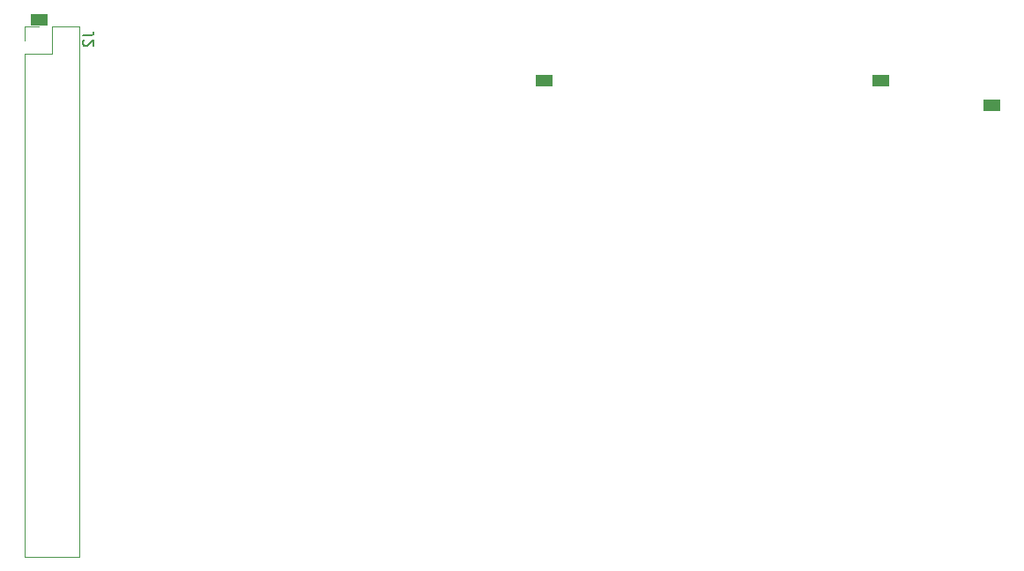
<source format=gbo>
G04 #@! TF.GenerationSoftware,KiCad,Pcbnew,5.1.5+dfsg1-2build2*
G04 #@! TF.CreationDate,2022-11-07T13:43:44-06:00*
G04 #@! TF.ProjectId,2068-Z80-TMS9118,32303638-2d5a-4383-902d-544d53393131,2.0*
G04 #@! TF.SameCoordinates,Original*
G04 #@! TF.FileFunction,Legend,Bot*
G04 #@! TF.FilePolarity,Positive*
%FSLAX46Y46*%
G04 Gerber Fmt 4.6, Leading zero omitted, Abs format (unit mm)*
G04 Created by KiCad (PCBNEW 5.1.5+dfsg1-2build2) date 2022-11-07 13:43:44*
%MOMM*%
%LPD*%
G04 APERTURE LIST*
%ADD10C,0.100000*%
%ADD11C,0.120000*%
%ADD12C,0.150000*%
%ADD13R,1.802000X1.802000*%
%ADD14O,1.802000X1.802000*%
%ADD15O,1.702000X1.702000*%
%ADD16R,1.702000X1.702000*%
%ADD17C,4.102000*%
%ADD18C,3.102000*%
%ADD19C,1.702000*%
%ADD20O,1.502000X1.502000*%
%ADD21C,1.502000*%
%ADD22C,1.602000*%
%ADD23C,4.700000*%
%ADD24R,1.402000X1.402000*%
%ADD25C,1.402000*%
G04 APERTURE END LIST*
D10*
G36*
X179095400Y-69570600D02*
G01*
X177571400Y-69570600D01*
X177571400Y-68554600D01*
X179095400Y-68554600D01*
X179095400Y-69570600D01*
G37*
X179095400Y-69570600D02*
X177571400Y-69570600D01*
X177571400Y-68554600D01*
X179095400Y-68554600D01*
X179095400Y-69570600D01*
G36*
X168465500Y-67183000D02*
G01*
X166941500Y-67183000D01*
X166941500Y-66167000D01*
X168465500Y-66167000D01*
X168465500Y-67183000D01*
G37*
X168465500Y-67183000D02*
X166941500Y-67183000D01*
X166941500Y-66167000D01*
X168465500Y-66167000D01*
X168465500Y-67183000D01*
G36*
X136144000Y-67183000D02*
G01*
X134620000Y-67183000D01*
X134620000Y-66167000D01*
X136144000Y-66167000D01*
X136144000Y-67183000D01*
G37*
X136144000Y-67183000D02*
X134620000Y-67183000D01*
X134620000Y-66167000D01*
X136144000Y-66167000D01*
X136144000Y-67183000D01*
G36*
X87647780Y-61384180D02*
G01*
X86123780Y-61384180D01*
X86123780Y-60368180D01*
X87647780Y-60368180D01*
X87647780Y-61384180D01*
G37*
X87647780Y-61384180D02*
X86123780Y-61384180D01*
X86123780Y-60368180D01*
X87647780Y-60368180D01*
X87647780Y-61384180D01*
D11*
X86854000Y-61582000D02*
X85524000Y-61582000D01*
X85524000Y-61582000D02*
X85524000Y-62912000D01*
X88124000Y-61582000D02*
X88124000Y-64182000D01*
X88124000Y-64182000D02*
X85524000Y-64182000D01*
X85524000Y-64182000D02*
X85524000Y-112502000D01*
X90724000Y-112502000D02*
X85524000Y-112502000D01*
X90724000Y-61582000D02*
X90724000Y-112502000D01*
X90724000Y-61582000D02*
X88124000Y-61582000D01*
D12*
X91110820Y-62422446D02*
X91825106Y-62422446D01*
X91967963Y-62374827D01*
X92063201Y-62279589D01*
X92110820Y-62136732D01*
X92110820Y-62041494D01*
X91206059Y-62851018D02*
X91158440Y-62898637D01*
X91110820Y-62993875D01*
X91110820Y-63231970D01*
X91158440Y-63327208D01*
X91206059Y-63374827D01*
X91301297Y-63422446D01*
X91396535Y-63422446D01*
X91539392Y-63374827D01*
X92110820Y-62803399D01*
X92110820Y-63422446D01*
%LPC*%
D13*
X91810000Y-105460000D03*
D14*
X91810000Y-102920000D03*
D15*
X92380000Y-110880000D03*
D16*
X92380000Y-118500000D03*
D17*
X101752400Y-57374400D03*
X106752400Y-61874400D03*
X96752400Y-61874400D03*
D18*
X101752400Y-61874400D03*
D14*
X180594000Y-94081600D03*
X178054000Y-94081600D03*
X180594000Y-91541600D03*
X178054000Y-91541600D03*
X180594000Y-89001600D03*
X178054000Y-89001600D03*
X180594000Y-86461600D03*
X178054000Y-86461600D03*
X180594000Y-83921600D03*
X178054000Y-83921600D03*
X180594000Y-81381600D03*
X178054000Y-81381600D03*
X180594000Y-78841600D03*
X178054000Y-78841600D03*
X180594000Y-76301600D03*
X178054000Y-76301600D03*
X180594000Y-73761600D03*
X178054000Y-73761600D03*
X180594000Y-71221600D03*
D13*
X178054000Y-71221600D03*
D19*
X96202500Y-94829000D03*
D16*
X96202500Y-92329000D03*
D19*
X124530000Y-87490000D03*
X124530000Y-89990000D03*
D20*
X141986000Y-91376500D03*
D21*
X136906000Y-91376500D03*
D19*
X132480000Y-90310000D03*
D16*
X132480000Y-87810000D03*
D19*
X127660000Y-87490000D03*
X127660000Y-89990000D03*
D17*
X149663500Y-63604000D03*
X174663500Y-63604000D03*
D19*
X158008500Y-62184000D03*
X160778500Y-62184000D03*
X163548500Y-62184000D03*
X166318500Y-62184000D03*
X156623500Y-65024000D03*
X159393500Y-65024000D03*
X162163500Y-65024000D03*
X164933500Y-65024000D03*
D16*
X167703500Y-65024000D03*
D17*
X117342000Y-63604000D03*
X142342000Y-63604000D03*
D19*
X125687000Y-62184000D03*
X128457000Y-62184000D03*
X131227000Y-62184000D03*
X133997000Y-62184000D03*
X124302000Y-65024000D03*
X127072000Y-65024000D03*
X129842000Y-65024000D03*
X132612000Y-65024000D03*
D16*
X135382000Y-65024000D03*
D21*
X141980000Y-82770000D03*
D20*
X136900000Y-82770000D03*
D21*
X141980000Y-84900000D03*
D20*
X136900000Y-84900000D03*
D21*
X141980000Y-87030000D03*
D20*
X136900000Y-87030000D03*
D15*
X172212000Y-71247000D03*
X164592000Y-94107000D03*
X172212000Y-73787000D03*
X164592000Y-91567000D03*
X172212000Y-76327000D03*
X164592000Y-89027000D03*
X172212000Y-78867000D03*
X164592000Y-86487000D03*
X172212000Y-81407000D03*
X164592000Y-83947000D03*
X172212000Y-83947000D03*
X164592000Y-81407000D03*
X172212000Y-86487000D03*
X164592000Y-78867000D03*
X172212000Y-89027000D03*
X164592000Y-76327000D03*
X172212000Y-91567000D03*
X164592000Y-73787000D03*
X172212000Y-94107000D03*
D16*
X164592000Y-71247000D03*
D15*
X161290000Y-91630500D03*
X161290000Y-89090500D03*
X161290000Y-86550500D03*
X161290000Y-84010500D03*
X161290000Y-81470500D03*
X161290000Y-78930500D03*
X161290000Y-76390500D03*
X161290000Y-73850500D03*
D16*
X161290000Y-71310500D03*
D15*
X157988000Y-71247000D03*
X150368000Y-94107000D03*
X157988000Y-73787000D03*
X150368000Y-91567000D03*
X157988000Y-76327000D03*
X150368000Y-89027000D03*
X157988000Y-78867000D03*
X150368000Y-86487000D03*
X157988000Y-81407000D03*
X150368000Y-83947000D03*
X157988000Y-83947000D03*
X150368000Y-81407000D03*
X157988000Y-86487000D03*
X150368000Y-78867000D03*
X157988000Y-89027000D03*
X150368000Y-76327000D03*
X157988000Y-91567000D03*
X150368000Y-73787000D03*
X157988000Y-94107000D03*
D16*
X150368000Y-71247000D03*
D15*
X147066000Y-91567000D03*
X147066000Y-89027000D03*
X147066000Y-86487000D03*
X147066000Y-83947000D03*
X147066000Y-81407000D03*
X147066000Y-78867000D03*
X147066000Y-76327000D03*
X147066000Y-73787000D03*
D16*
X147066000Y-71247000D03*
D22*
X128270000Y-72062000D03*
X128270000Y-76962000D03*
D15*
X102806500Y-69850000D03*
X95186500Y-87630000D03*
X102806500Y-72390000D03*
X95186500Y-85090000D03*
X102806500Y-74930000D03*
X95186500Y-82550000D03*
X102806500Y-77470000D03*
X95186500Y-80010000D03*
X102806500Y-80010000D03*
X95186500Y-77470000D03*
X102806500Y-82550000D03*
X95186500Y-74930000D03*
X102806500Y-85090000D03*
X95186500Y-72390000D03*
X102806500Y-87630000D03*
D16*
X95186500Y-69850000D03*
D15*
X102806500Y-100266500D03*
X95186500Y-118046500D03*
X102806500Y-102806500D03*
X95186500Y-115506500D03*
X102806500Y-105346500D03*
X95186500Y-112966500D03*
X102806500Y-107886500D03*
X95186500Y-110426500D03*
X102806500Y-110426500D03*
X95186500Y-107886500D03*
X102806500Y-112966500D03*
X95186500Y-105346500D03*
X102806500Y-115506500D03*
X95186500Y-102806500D03*
X102806500Y-118046500D03*
D16*
X95186500Y-100266500D03*
D15*
X121412000Y-69850000D03*
X106172000Y-118110000D03*
X121412000Y-72390000D03*
X106172000Y-115570000D03*
X121412000Y-74930000D03*
X106172000Y-113030000D03*
X121412000Y-77470000D03*
X106172000Y-110490000D03*
X121412000Y-80010000D03*
X106172000Y-107950000D03*
X121412000Y-82550000D03*
X106172000Y-105410000D03*
X121412000Y-85090000D03*
X106172000Y-102870000D03*
X121412000Y-87630000D03*
X106172000Y-100330000D03*
X121412000Y-90170000D03*
X106172000Y-97790000D03*
X121412000Y-92710000D03*
X106172000Y-95250000D03*
X121412000Y-95250000D03*
X106172000Y-92710000D03*
X121412000Y-97790000D03*
X106172000Y-90170000D03*
X121412000Y-100330000D03*
X106172000Y-87630000D03*
X121412000Y-102870000D03*
X106172000Y-85090000D03*
X121412000Y-105410000D03*
X106172000Y-82550000D03*
X121412000Y-107950000D03*
X106172000Y-80010000D03*
X121412000Y-110490000D03*
X106172000Y-77470000D03*
X121412000Y-113030000D03*
X106172000Y-74930000D03*
X121412000Y-115570000D03*
X106172000Y-72390000D03*
X121412000Y-118110000D03*
D16*
X106172000Y-69850000D03*
D15*
X144272000Y-97790000D03*
X136652000Y-118110000D03*
X144272000Y-100330000D03*
X136652000Y-115570000D03*
X144272000Y-102870000D03*
X136652000Y-113030000D03*
X144272000Y-105410000D03*
X136652000Y-110490000D03*
X144272000Y-107950000D03*
X136652000Y-107950000D03*
X144272000Y-110490000D03*
X136652000Y-105410000D03*
X144272000Y-113030000D03*
X136652000Y-102870000D03*
X144272000Y-115570000D03*
X136652000Y-100330000D03*
X144272000Y-118110000D03*
D16*
X136652000Y-97790000D03*
D15*
X133350000Y-97790000D03*
X125730000Y-118110000D03*
X133350000Y-100330000D03*
X125730000Y-115570000D03*
X133350000Y-102870000D03*
X125730000Y-113030000D03*
X133350000Y-105410000D03*
X125730000Y-110490000D03*
X133350000Y-107950000D03*
X125730000Y-107950000D03*
X133350000Y-110490000D03*
X125730000Y-105410000D03*
X133350000Y-113030000D03*
X125730000Y-102870000D03*
X133350000Y-115570000D03*
X125730000Y-100330000D03*
X133350000Y-118110000D03*
D16*
X125730000Y-97790000D03*
D19*
X125222000Y-75732000D03*
X125222000Y-78232000D03*
X125222000Y-70652000D03*
X125222000Y-73152000D03*
D14*
X89394000Y-111172000D03*
X86854000Y-111172000D03*
X89394000Y-108632000D03*
X86854000Y-108632000D03*
X89394000Y-106092000D03*
X86854000Y-106092000D03*
X89394000Y-103552000D03*
X86854000Y-103552000D03*
X89394000Y-101012000D03*
X86854000Y-101012000D03*
X89394000Y-98472000D03*
X86854000Y-98472000D03*
X89394000Y-95932000D03*
X86854000Y-95932000D03*
X89394000Y-93392000D03*
X86854000Y-93392000D03*
X89394000Y-90852000D03*
X86854000Y-90852000D03*
X89394000Y-88312000D03*
X86854000Y-88312000D03*
X89394000Y-85772000D03*
X86854000Y-85772000D03*
X89394000Y-83232000D03*
X86854000Y-83232000D03*
X89394000Y-80692000D03*
X86854000Y-80692000D03*
X89394000Y-78152000D03*
X86854000Y-78152000D03*
X89394000Y-75612000D03*
X86854000Y-75612000D03*
X89394000Y-73072000D03*
X86854000Y-73072000D03*
X89394000Y-70532000D03*
X86854000Y-70532000D03*
X89394000Y-67992000D03*
X86854000Y-67992000D03*
X89394000Y-65452000D03*
X86854000Y-65452000D03*
X89394000Y-62912000D03*
D13*
X86854000Y-62912000D03*
D23*
X163000000Y-107190000D03*
D20*
X141986000Y-89154000D03*
D21*
X136906000Y-89154000D03*
D24*
X127508000Y-83375500D03*
D25*
X124968000Y-83375500D03*
X126228000Y-84645500D03*
D19*
X102743000Y-94972500D03*
X102743000Y-97472500D03*
D23*
X182000000Y-117000000D03*
X88000000Y-117000000D03*
X182000000Y-58000000D03*
X88000000Y-58000000D03*
D19*
X141721200Y-94488000D03*
X144221200Y-94488000D03*
X100420800Y-66649600D03*
X102920800Y-66649600D03*
X133437000Y-94488000D03*
X130937000Y-94488000D03*
M02*

</source>
